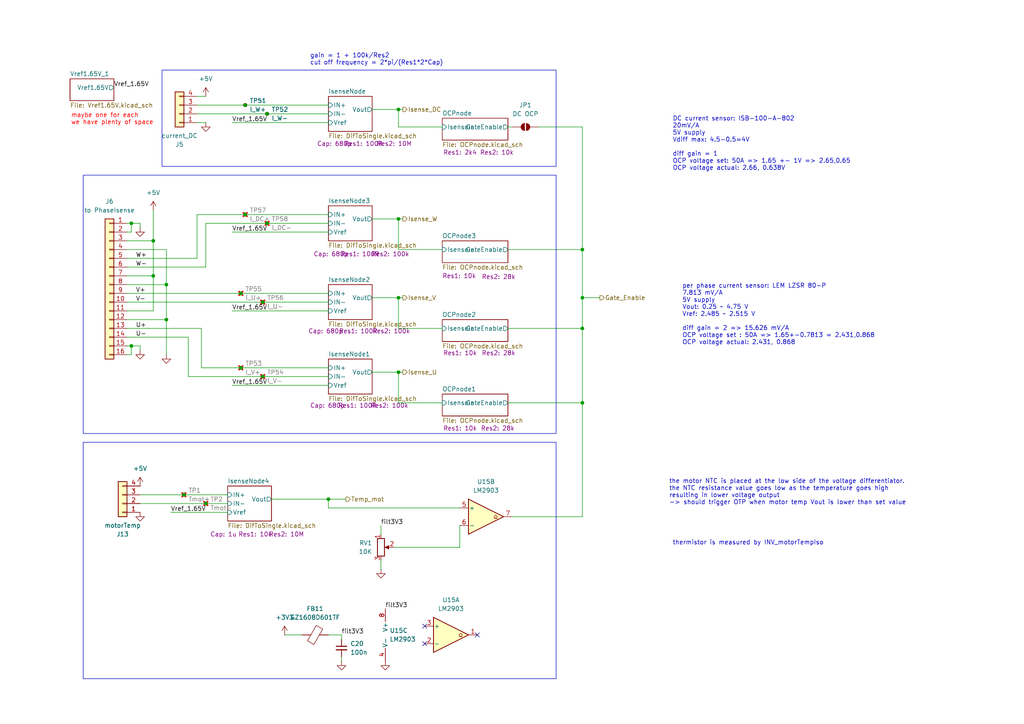
<source format=kicad_sch>
(kicad_sch (version 20231120) (generator "eeschema") (generator_version "8.0")
  (paper "A4")
  (title_block (title "INV_MainBoard_TI") (date "2025-02-26") (rev "1.2") (company "NTURacing Team") (comment 1 "郭哲明 Jack Kuo") (comment 2 "Powertrain Group"))
  (lib_symbols
    (symbol "Comparator:LM2903" (pin_names (offset 0.127))
      (property "Reference" "U" (at 3.81 3.81 0))
      (property "Value" "LM2903" (at 6.35 -3.81 0))
      (symbol "LM2903_1_1"
        (polyline (pts (xy -5.08 5.08) (xy 5.08 0) (xy -5.08 -5.08) (xy -5.08 5.08)) (stroke (width 0.254)) (fill (type background)))
        (polyline (pts (xy 3.302 -0.508) (xy 2.794 -0.508) (xy 3.302 0) (xy 2.794 0.508) (xy 2.286 0) (xy 2.794 -0.508) (xy 2.286 -0.508)) (stroke (width 0.127)))
        (pin open_collector line (at 7.62 0 180) (length 2.54) (name "~") (number "1"))
        (pin input line (at -7.62 -2.54 0) (length 2.54) (name "-") (number "2"))
        (pin input line (at -7.62 2.54 0) (length 2.54) (name "+") (number "3"))
      )
      (symbol "LM2903_2_1"
        (polyline (pts (xy -5.08 5.08) (xy 5.08 0) (xy -5.08 -5.08) (xy -5.08 5.08)) (stroke (width 0.254)) (fill (type background)))
        (polyline (pts (xy 3.302 -0.508) (xy 2.794 -0.508) (xy 3.302 0) (xy 2.794 0.508) (xy 2.286 0) (xy 2.794 -0.508) (xy 2.286 -0.508)) (stroke (width 0.127)))
        (pin input line (at -7.62 2.54 0) (length 2.54) (name "+") (number "5"))
        (pin input line (at -7.62 -2.54 0) (length 2.54) (name "-") (number "6"))
        (pin open_collector line (at 7.62 0 180) (length 2.54) (name "~") (number "7"))
      )
      (symbol "LM2903_3_1"
        (pin power_in line (at -2.54 -7.62 90) (length 3.81) (name "V-") (number "4"))
        (pin power_in line (at -2.54 7.62 270) (length 3.81) (name "V+") (number "8"))
      )
    )
    (symbol "Connector:TestPoint_Small" (pin_numbers hide) (pin_names (offset 0.762) hide)
      (property "Reference" "TP" (at 0 3.81 0))
      (property "Value" "TestPoint_Small" (at 0 2.032 0))
      (symbol "TestPoint_Small_0_1"
        (circle (center 0 0) (radius 0.508))
      )
      (symbol "TestPoint_Small_1_1"
        (pin passive line (at 0 0 90) (length 0) (name "1") (number "1"))
      )
    )
    (symbol "Connector_Generic:Conn_01x04" (pin_names (offset 1.016) hide)
      (property "Reference" "J" (at 0 5.08 0))
      (property "Value" "Conn_01x04" (at 0 -7.62 0))
      (symbol "Conn_01x04_1_1"
        (rectangle (start -1.27 -4.953) (end 0 -5.207) (stroke (width 0.1524)))
        (rectangle (start -1.27 -2.413) (end 0 -2.667) (stroke (width 0.1524)))
        (rectangle (start -1.27 0.127) (end 0 -0.127) (stroke (width 0.1524)))
        (rectangle (start -1.27 2.667) (end 0 2.413) (stroke (width 0.1524)))
        (rectangle (start -1.27 3.81) (end 1.27 -6.35) (stroke (width 0.254)) (fill (type background)))
        (pin passive line (at -5.08 2.54 0) (length 3.81) (name "Pin_1") (number "1"))
        (pin passive line (at -5.08 0 0) (length 3.81) (name "Pin_2") (number "2"))
        (pin passive line (at -5.08 -2.54 0) (length 3.81) (name "Pin_3") (number "3"))
        (pin passive line (at -5.08 -5.08 0) (length 3.81) (name "Pin_4") (number "4"))
      )
    )
    (symbol "Connector_Generic:Conn_01x16" (pin_names (offset 1.016) hide)
      (property "Reference" "J" (at 0 20.32 0))
      (property "Value" "Conn_01x16" (at 0 -22.86 0))
      (symbol "Conn_01x16_1_1"
        (rectangle (start -1.27 -20.193) (end 0 -20.447) (stroke (width 0.1524)))
        (rectangle (start -1.27 -17.653) (end 0 -17.907) (stroke (width 0.1524)))
        (rectangle (start -1.27 -15.113) (end 0 -15.367) (stroke (width 0.1524)))
        (rectangle (start -1.27 -12.573) (end 0 -12.827) (stroke (width 0.1524)))
        (rectangle (start -1.27 -10.033) (end 0 -10.287) (stroke (width 0.1524)))
        (rectangle (start -1.27 -7.493) (end 0 -7.747) (stroke (width 0.1524)))
        (rectangle (start -1.27 -4.953) (end 0 -5.207) (stroke (width 0.1524)))
        (rectangle (start -1.27 -2.413) (end 0 -2.667) (stroke (width 0.1524)))
        (rectangle (start -1.27 0.127) (end 0 -0.127) (stroke (width 0.1524)))
        (rectangle (start -1.27 2.667) (end 0 2.413) (stroke (width 0.1524)))
        (rectangle (start -1.27 5.207) (end 0 4.953) (stroke (width 0.1524)))
        (rectangle (start -1.27 7.747) (end 0 7.493) (stroke (width 0.1524)))
        (rectangle (start -1.27 10.287) (end 0 10.033) (stroke (width 0.1524)))
        (rectangle (start -1.27 12.827) (end 0 12.573) (stroke (width 0.1524)))
        (rectangle (start -1.27 15.367) (end 0 15.113) (stroke (width 0.1524)))
        (rectangle (start -1.27 17.907) (end 0 17.653) (stroke (width 0.1524)))
        (rectangle (start -1.27 19.05) (end 1.27 -21.59) (stroke (width 0.254)) (fill (type background)))
        (pin passive line (at -5.08 17.78 0) (length 3.81) (name "Pin_1") (number "1"))
        (pin passive line (at -5.08 -5.08 0) (length 3.81) (name "Pin_10") (number "10"))
        (pin passive line (at -5.08 -7.62 0) (length 3.81) (name "Pin_11") (number "11"))
        (pin passive line (at -5.08 -10.16 0) (length 3.81) (name "Pin_12") (number "12"))
        (pin passive line (at -5.08 -12.7 0) (length 3.81) (name "Pin_13") (number "13"))
        (pin passive line (at -5.08 -15.24 0) (length 3.81) (name "Pin_14") (number "14"))
        (pin passive line (at -5.08 -17.78 0) (length 3.81) (name "Pin_15") (number "15"))
        (pin passive line (at -5.08 -20.32 0) (length 3.81) (name "Pin_16") (number "16"))
        (pin passive line (at -5.08 15.24 0) (length 3.81) (name "Pin_2") (number "2"))
        (pin passive line (at -5.08 12.7 0) (length 3.81) (name "Pin_3") (number "3"))
        (pin passive line (at -5.08 10.16 0) (length 3.81) (name "Pin_4") (number "4"))
        (pin passive line (at -5.08 7.62 0) (length 3.81) (name "Pin_5") (number "5"))
        (pin passive line (at -5.08 5.08 0) (length 3.81) (name "Pin_6") (number "6"))
        (pin passive line (at -5.08 2.54 0) (length 3.81) (name "Pin_7") (number "7"))
        (pin passive line (at -5.08 0 0) (length 3.81) (name "Pin_8") (number "8"))
        (pin passive line (at -5.08 -2.54 0) (length 3.81) (name "Pin_9") (number "9"))
      )
    )
    (symbol "Device:C_Small" (pin_numbers hide) (pin_names (offset 0.254) hide)
      (property "Reference" "C" (at 0.254 1.778 0))
      (property "Value" "C_Small" (at 0.254 -2.032 0))
      (symbol "C_Small_0_1"
        (polyline (pts (xy -1.524 -0.508) (xy 1.524 -0.508)) (stroke (width 0.3302)))
        (polyline (pts (xy -1.524 0.508) (xy 1.524 0.508)) (stroke (width 0.3048)))
      )
      (symbol "C_Small_1_1"
        (pin passive line (at 0 2.54 270) (length 2.032) (name "~") (number "1"))
        (pin passive line (at 0 -2.54 90) (length 2.032) (name "~") (number "2"))
      )
    )
    (symbol "Device:FerriteBead" (pin_numbers hide) (pin_names (offset 0))
      (property "Reference" "FB" (at -3.81 0.635 90))
      (property "Value" "FerriteBead" (at 3.81 0 90))
      (symbol "FerriteBead_0_1"
        (polyline (pts (xy 0 -1.27) (xy 0 -1.2192)))
        (polyline (pts (xy 0 1.27) (xy 0 1.2954)))
        (polyline (pts (xy -2.7686 0.4064) (xy -1.7018 2.2606) (xy 2.7686 -0.3048) (xy 1.6764 -2.159) (xy -2.7686 0.4064)))
      )
      (symbol "FerriteBead_1_1"
        (pin passive line (at 0 3.81 270) (length 2.54) (name "~") (number "1"))
        (pin passive line (at 0 -3.81 90) (length 2.54) (name "~") (number "2"))
      )
    )
    (symbol "Device:R_Potentiometer" (pin_names (offset 1.016) hide)
      (property "Reference" "RV" (at -4.445 0 90))
      (property "Value" "R_Potentiometer" (at -2.54 0 90))
      (symbol "R_Potentiometer_0_1"
        (polyline (pts (xy 2.54 0) (xy 1.524 0)))
        (polyline (pts (xy 1.143 0) (xy 2.286 0.508) (xy 2.286 -0.508) (xy 1.143 0)) (fill (type outline)))
        (rectangle (start 1.016 2.54) (end -1.016 -2.54) (stroke (width 0.254)))
      )
      (symbol "R_Potentiometer_1_1"
        (pin passive line (at 0 3.81 270) (length 1.27) (name "1") (number "1"))
        (pin passive line (at 3.81 0 180) (length 1.27) (name "2") (number "2"))
        (pin passive line (at 0 -3.81 90) (length 1.27) (name "3") (number "3"))
      )
    )
    (symbol "Jumper:SolderJumper_2_Open" (pin_numbers hide) (pin_names (offset 0) hide) (exclude_from_sim yes) (in_bom no)
      (property "Reference" "JP" (at 0 2.032 0))
      (property "Value" "SolderJumper_2_Open" (at 0 -2.54 0))
      (symbol "SolderJumper_2_Open_0_1"
        (arc (start -0.254 1.016) (mid -1.2656 0) (end -0.254 -1.016))
        (arc (start -0.254 1.016) (mid -1.2656 0) (end -0.254 -1.016) (fill (type outline)))
        (polyline (pts (xy -0.254 1.016) (xy -0.254 -1.016)))
        (polyline (pts (xy 0.254 1.016) (xy 0.254 -1.016)))
        (arc (start 0.254 -1.016) (mid 1.2656 0) (end 0.254 1.016))
        (arc (start 0.254 -1.016) (mid 1.2656 0) (end 0.254 1.016) (fill (type outline)))
      )
      (symbol "SolderJumper_2_Open_1_1"
        (pin passive line (at -3.81 0 0) (length 2.54) (name "A") (number "1"))
        (pin passive line (at 3.81 0 180) (length 2.54) (name "B") (number "2"))
      )
    )
    (symbol "PCM_4ms_Connector:Conn_01x04" (pin_names (offset 1.016) hide)
      (property "Reference" "J" (at 0 5.08 0))
      (property "Value" "Conn_01x04" (at 0 -7.62 0))
      (symbol "Conn_01x04_1_1"
        (rectangle (start -1.27 -4.953) (end 0 -5.207) (stroke (width 0.1524)))
        (rectangle (start -1.27 -2.413) (end 0 -2.667) (stroke (width 0.1524)))
        (rectangle (start -1.27 0.127) (end 0 -0.127) (stroke (width 0.1524)))
        (rectangle (start -1.27 2.667) (end 0 2.413) (stroke (width 0.1524)))
        (rectangle (start -1.27 3.81) (end 1.27 -6.35) (stroke (width 0.254)) (fill (type background)))
        (pin passive line (at -5.08 2.54 0) (length 3.81) (name "Pin_1") (number "1"))
        (pin passive line (at -5.08 0 0) (length 3.81) (name "Pin_2") (number "2"))
        (pin passive line (at -5.08 -2.54 0) (length 3.81) (name "Pin_3") (number "3"))
        (pin passive line (at -5.08 -5.08 0) (length 3.81) (name "Pin_4") (number "4"))
      )
    )
    (symbol "power:+3V3" (power) (pin_numbers hide) (pin_names (offset 0) hide)
      (property "Value" "+3V3" (at 0 3.556 0))
      (symbol "+3V3_0_1"
        (polyline (pts (xy -0.762 1.27) (xy 0 2.54)))
        (polyline (pts (xy 0 0) (xy 0 2.54)))
        (polyline (pts (xy 0 2.54) (xy 0.762 1.27)))
      )
      (symbol "+3V3_1_1"
        (pin power_in line (at 0 0 90) (length 0) (name "~") (number "1"))
      )
    )
    (symbol "power:+5V" (power) (pin_numbers hide) (pin_names (offset 0) hide)
      (property "Value" "+5V" (at 0 3.556 0))
      (symbol "+5V_0_1"
        (polyline (pts (xy -0.762 1.27) (xy 0 2.54)))
        (polyline (pts (xy 0 0) (xy 0 2.54)))
        (polyline (pts (xy 0 2.54) (xy 0.762 1.27)))
      )
      (symbol "+5V_1_1"
        (pin power_in line (at 0 0 90) (length 0) (name "~") (number "1"))
      )
    )
    (symbol "power:GND" (power) (pin_numbers hide) (pin_names (offset 0) hide)
      (property "Value" "GND" (at 0 -3.81 0))
      (symbol "GND_0_1"
        (polyline (pts (xy 0 0) (xy 0 -1.27) (xy 1.27 -1.27) (xy 0 -2.54) (xy -1.27 -1.27) (xy 0 -1.27)))
      )
      (symbol "GND_1_1"
        (pin power_in line (at 0 0 270) (length 0) (name "~") (number "1"))
      )
    )
  )
  (junction (at 38.1 64.77))
  (junction (at 77.47 64.77))
  (junction (at 38.1 100.33))
  (junction (at 168.91 116.84))
  (junction (at 76.2 109.22))
  (junction (at 115.57 31.75))
  (junction (at 115.57 86.36))
  (junction (at 44.45 69.85))
  (junction (at 71.12 30.48))
  (junction (at 168.91 86.36))
  (junction (at 69.85 106.68))
  (junction (at 76.2 87.63))
  (junction (at 168.91 72.39))
  (junction (at 69.85 85.09))
  (junction (at 115.57 107.95))
  (junction (at 53.34 143.51))
  (junction (at 48.26 82.55))
  (junction (at 44.45 80.01))
  (junction (at 71.12 62.23))
  (junction (at 95.25 144.78))
  (junction (at 115.57 63.5))
  (junction (at 77.47 33.02))
  (junction (at 59.69 146.05))
  (junction (at 168.91 95.25))
  (junction (at 48.26 92.71))
  (no_connect (at 138.43 184.15))
  (no_connect (at 123.19 186.69))
  (no_connect (at 123.19 181.61))
  (wire (pts (xy 54.61 109.22) (xy 76.2 109.22)))
  (wire (pts (xy 128.27 72.39) (xy 115.57 72.39)))
  (wire (pts (xy 99.06 191.77) (xy 99.06 190.5)))
  (wire (pts (xy 168.91 95.25) (xy 168.91 116.84)))
  (wire (pts (xy 54.61 97.79) (xy 54.61 109.22)))
  (wire (pts (xy 95.25 144.78) (xy 95.25 147.32)))
  (wire (pts (xy 115.57 86.36) (xy 107.95 86.36)))
  (wire (pts (xy 44.45 69.85) (xy 44.45 80.01)))
  (wire (pts (xy 38.1 64.77) (xy 40.64 64.77)))
  (wire (pts (xy 116.84 63.5) (xy 115.57 63.5)))
  (wire (pts (xy 78.74 144.78) (xy 95.25 144.78)))
  (wire (pts (xy 53.34 143.51) (xy 66.04 143.51)))
  (wire (pts (xy 168.91 36.83) (xy 168.91 72.39)))
  (wire (pts (xy 44.45 90.17) (xy 44.45 80.01)))
  (wire (pts (xy 107.95 31.75) (xy 115.57 31.75)))
  (wire (pts (xy 168.91 72.39) (xy 168.91 86.36)))
  (wire (pts (xy 95.25 184.15) (xy 99.06 184.15)))
  (wire (pts (xy 38.1 102.87) (xy 38.1 100.33)))
  (wire (pts (xy 49.53 148.59) (xy 66.04 148.59)))
  (wire (pts (xy 67.31 67.31) (xy 95.25 67.31)))
  (wire (pts (xy 95.25 87.63) (xy 76.2 87.63)))
  (wire (pts (xy 48.26 92.71) (xy 36.83 92.71)))
  (wire (pts (xy 99.06 185.42) (xy 99.06 184.15)))
  (wire (pts (xy 147.32 36.83) (xy 148.59 36.83)))
  (wire (pts (xy 133.35 147.32) (xy 95.25 147.32)))
  (wire (pts (xy 168.91 149.86) (xy 148.59 149.86)))
  (wire (pts (xy 168.91 116.84) (xy 168.91 149.86)))
  (wire (pts (xy 71.12 30.48) (xy 95.25 30.48)))
  (wire (pts (xy 115.57 31.75) (xy 116.84 31.75)))
  (wire (pts (xy 54.61 97.79) (xy 36.83 97.79)))
  (wire (pts (xy 156.21 36.83) (xy 168.91 36.83)))
  (wire (pts (xy 95.25 109.22) (xy 76.2 109.22)))
  (wire (pts (xy 58.42 106.68) (xy 69.85 106.68)))
  (wire (pts (xy 59.69 64.77) (xy 59.69 77.47)))
  (wire (pts (xy 95.25 64.77) (xy 77.47 64.77)))
  (wire (pts (xy 67.31 90.17) (xy 95.25 90.17)))
  (wire (pts (xy 36.83 64.77) (xy 38.1 64.77)))
  (wire (pts (xy 36.83 67.31) (xy 38.1 67.31)))
  (wire (pts (xy 69.85 85.09) (xy 95.25 85.09)))
  (wire (pts (xy 59.69 35.56) (xy 57.15 35.56)))
  (wire (pts (xy 173.99 86.36) (xy 168.91 86.36)))
  (wire (pts (xy 110.49 152.4) (xy 110.49 154.94)))
  (wire (pts (xy 147.32 95.25) (xy 168.91 95.25)))
  (wire (pts (xy 115.57 107.95) (xy 107.95 107.95)))
  (wire (pts (xy 116.84 86.36) (xy 115.57 86.36)))
  (wire (pts (xy 40.64 143.51) (xy 53.34 143.51)))
  (wire (pts (xy 116.84 107.95) (xy 115.57 107.95)))
  (wire (pts (xy 67.31 35.56) (xy 95.25 35.56)))
  (wire (pts (xy 36.83 102.87) (xy 38.1 102.87)))
  (wire (pts (xy 36.83 85.09) (xy 69.85 85.09)))
  (wire (pts (xy 115.57 95.25) (xy 115.57 86.36)))
  (wire (pts (xy 40.64 100.33) (xy 40.64 101.6)))
  (wire (pts (xy 38.1 67.31) (xy 38.1 64.77)))
  (wire (pts (xy 36.83 87.63) (xy 76.2 87.63)))
  (wire (pts (xy 67.31 111.76) (xy 95.25 111.76)))
  (wire (pts (xy 40.64 64.77) (xy 40.64 66.04)))
  (wire (pts (xy 133.35 158.75) (xy 114.3 158.75)))
  (wire (pts (xy 128.27 116.84) (xy 115.57 116.84)))
  (wire (pts (xy 95.25 33.02) (xy 77.47 33.02)))
  (wire (pts (xy 115.57 72.39) (xy 115.57 63.5)))
  (wire (pts (xy 38.1 100.33) (xy 40.64 100.33)))
  (wire (pts (xy 110.49 165.1) (xy 110.49 162.56)))
  (wire (pts (xy 36.83 90.17) (xy 44.45 90.17)))
  (wire (pts (xy 147.32 116.84) (xy 168.91 116.84)))
  (wire (pts (xy 57.15 30.48) (xy 71.12 30.48)))
  (wire (pts (xy 77.47 33.02) (xy 57.15 33.02)))
  (wire (pts (xy 36.83 100.33) (xy 38.1 100.33)))
  (wire (pts (xy 71.12 62.23) (xy 95.25 62.23)))
  (wire (pts (xy 48.26 82.55) (xy 48.26 92.71)))
  (wire (pts (xy 95.25 144.78) (xy 100.33 144.78)))
  (wire (pts (xy 57.15 62.23) (xy 71.12 62.23)))
  (wire (pts (xy 36.83 95.25) (xy 58.42 95.25)))
  (wire (pts (xy 48.26 102.87) (xy 48.26 92.71)))
  (wire (pts (xy 115.57 63.5) (xy 107.95 63.5)))
  (wire (pts (xy 147.32 72.39) (xy 168.91 72.39)))
  (wire (pts (xy 115.57 36.83) (xy 128.27 36.83)))
  (wire (pts (xy 36.83 77.47) (xy 59.69 77.47)))
  (wire (pts (xy 57.15 62.23) (xy 57.15 74.93)))
  (wire (pts (xy 115.57 36.83) (xy 115.57 31.75)))
  (wire (pts (xy 58.42 106.68) (xy 58.42 95.25)))
  (wire (pts (xy 44.45 60.96) (xy 44.45 69.85)))
  (wire (pts (xy 36.83 80.01) (xy 44.45 80.01)))
  (wire (pts (xy 36.83 72.39) (xy 48.26 72.39)))
  (wire (pts (xy 128.27 95.25) (xy 115.57 95.25)))
  (wire (pts (xy 44.45 69.85) (xy 36.83 69.85)))
  (wire (pts (xy 69.85 106.68) (xy 95.25 106.68)))
  (wire (pts (xy 36.83 82.55) (xy 48.26 82.55)))
  (wire (pts (xy 48.26 72.39) (xy 48.26 82.55)))
  (wire (pts (xy 115.57 116.84) (xy 115.57 107.95)))
  (wire (pts (xy 168.91 86.36) (xy 168.91 95.25)))
  (wire (pts (xy 59.69 27.94) (xy 57.15 27.94)))
  (wire (pts (xy 59.69 64.77) (xy 77.47 64.77)))
  (wire (pts (xy 36.83 74.93) (xy 57.15 74.93)))
  (wire (pts (xy 82.55 184.15) (xy 87.63 184.15)))
  (wire (pts (xy 133.35 152.4) (xy 133.35 158.75)))
  (wire (pts (xy 40.64 146.05) (xy 59.69 146.05)))
  (wire (pts (xy 66.04 146.05) (xy 59.69 146.05)))
  (rectangle (start 46.99 20.32) (end 161.29 48.26))
  (rectangle (start 24.13 128.27) (end 161.29 196.85))
  (rectangle (start 24.13 50.8) (end 161.29 125.73))
  (text "thermistor is measured by INV_motorTempIso" (at 195.072 157.48 0) (effects (font (size 1.27 1.27)) (justify left)))
  (text "DC current sensor: ISB-100-A-802\n20mV/A\n5V supply\nVdiff max: 4.5-0.5=4V\n\ndiff gain = 1\nOCP voltage set: 50A => 1.65 +- 1V => 2.65,0.65\nOCP voltage actual: 2.66, 0.638V" (at 195.072 33.782 0) (effects (font (size 1.27 1.27)) (justify left top)))
  (text "maybe one for each\nwe have plenty of space " (at 20.574 36.322 0) (effects (font (size 1.27 1.27)) (justify left bottom)))
  (text "per phase current sensor: LEM LZSR 80-P\n7.813 mV/A\n5V supply\nVout: 0.25 ~ 4.75 V\nVref: 2.485 ~ 2.515 V\n\ndiff gain = 2 => 15.626 mV/A\nOCP voltage set : 50A => 1.65+-0.7813 = 2.431,0.868\nOCP voltage actual: 2.431, 0.868" (at 197.866 82.296 0) (effects (font (size 1.27 1.27)) (justify left top)))
  (text "gain = 1 + 100k/Res2\ncut off frequency = 2*pi/(Res1*2*Cap)" (at 89.916 15.494 0) (effects (font (size 1.27 1.27)) (justify left top)))
  (text "the motor NTC is placed at the low side of the voltage differentiator.\nthe NTC resistance value goes low as the temperature goes high\nresulting in lower voltage output\n-> should trigger OTP when motor temp Vout is lower than set value" (at 194.056 142.748 0) (effects (font (size 1.27 1.27)) (justify left)))
  (label "U-" (at 39.37 97.79 0))
  (label "U+" (at 39.37 95.25 0))
  (label "filt3V3" (at 111.76 176.53 0))
  (label "W+" (at 39.37 74.93 0))
  (label "Vref_1.65V" (at 67.31 111.76 0))
  (label "V+" (at 39.37 85.09 0))
  (label "Vref_1.65V" (at 33.02 25.4 0))
  (label "V-" (at 39.37 87.63 0))
  (label "Vref_1.65V" (at 67.31 90.17 0))
  (label "W-" (at 39.37 77.47 0))
  (label "Vref_1.65V" (at 67.31 35.56 0))
  (label "filt3V3" (at 110.49 152.4 0))
  (label "filt3V3" (at 99.06 184.15 0))
  (label "Vref_1.65V" (at 67.31 67.31 0))
  (label "Vref_1.65V" (at 49.53 148.59 0))
  (hierarchical_label "Isense_U" (shape output) (at 116.84 107.95 0))
  (hierarchical_label "Isense_W" (shape output) (at 116.84 63.5 0))
  (hierarchical_label "Isense_DC" (shape output) (at 116.84 31.75 0))
  (hierarchical_label "Gate_Enable" (shape output) (at 173.99 86.36 0))
  (hierarchical_label "Temp_mot" (shape output) (at 100.33 144.78 0))
  (hierarchical_label "Isense_V" (shape output) (at 116.84 86.36 0))
  (symbol (lib_id "PCM_4ms_Connector:Conn_01x04") (at 52.07 33.02 180) (unit 1)
    (property "Reference" "J5" (at 52.07 41.91 0))
    (property "Value" "current_DC" (at 52.07 39.37 0))
    (property "Footprint" "Connector_JST:JST_XH_B4B-XH-A_1x04_P2.50mm_Vertical" (effects (hide yes)))
    (property "Description" "HEADER 1x4 MALE PINS 0.100” 180deg" (effects (hide yes)))
    (property "Specifications" "HEADER 1x4 MALE PINS 0.100” 180deg" (effects (hide yes)))
    (property "Manufacturer" "TAD" (effects (hide yes)))
    (property "Part Number" "1-0401FBV0T" (effects (hide yes)))
  )
  (symbol (lib_id "Device:FerriteBead") (at 91.44 184.15 90) (unit 1)
    (property "Reference" "FB11" (at 91.3892 176.53 90))
    (property "Value" "GZ1608D601TF" (at 91.3892 179.07 90))
    (property "Footprint" "Capacitor_SMD:C_0603_1608Metric" (effects (hide yes)))
    (property "Description" "Ferrite bead" (effects (hide yes)))
  )
  (symbol (lib_id "power:GND") (at 40.64 66.04 0) (unit 1)
    (property "Reference" "#PWR042" (effects (hide yes)))
    (property "Value" "GND" (effects (hide yes)))
    (property "Description" "Power symbol creates a global label with name \"GND\" , ground" (effects (hide yes)))
  )
  (symbol (lib_id "power:+5V") (at 40.64 140.97 0) (unit 1)
    (property "Reference" "#PWR05" (effects (hide yes)))
    (property "Value" "+5V" (at 40.64 135.89 0))
    (property "Description" "Power symbol creates a global label with name \"+5V\"" (effects (hide yes)))
  )
  (symbol (lib_id "Comparator:LM2903") (at 140.97 149.86 0) (unit 2)
    (property "Reference" "U15" (at 140.97 139.7 0))
    (property "Value" "LM2903" (at 140.97 142.24 0))
    (property "Footprint" "Package_SO:SOIC-8_3.9x4.9mm_P1.27mm" (effects (hide yes)))
    (property "Datasheet" "http://www.ti.com/lit/ds/symlink/lm393.pdf" (effects (hide yes)))
    (property "Description" "Low-Power, Low-Offset Voltage, Dual Comparators, DIP-8/SOIC-8/SOP-8/TSSOP-8/VSSOP-8" (effects (hide yes)))
  )
  (symbol (lib_id "power:GND") (at 99.06 191.77 0) (unit 1)
    (property "Reference" "#PWR071" (effects (hide yes)))
    (property "Value" "GND" (effects (hide yes)))
    (property "Description" "Power symbol creates a global label with name \"GND\" , ground" (effects (hide yes)))
  )
  (symbol (lib_id "Device:C_Small") (at 99.06 187.96 0) (unit 1)
    (property "Reference" "C20" (at 101.6 186.6963 0) (effects (justify left)))
    (property "Value" "100n" (at 101.6 189.2363 0) (effects (justify left)))
    (property "Footprint" "Capacitor_SMD:C_0402_1005Metric" (effects (hide yes)))
    (property "Description" "Unpolarized capacitor, small symbol" (effects (hide yes)))
  )
  (symbol (lib_id "power:+3V3") (at 82.55 184.15 0) (unit 1)
    (property "Reference" "#PWR093" (effects (hide yes)))
    (property "Value" "+3V3" (at 82.55 179.07 0))
    (property "Description" "Power symbol creates a global label with name \"+3V3\"" (effects (hide yes)))
  )
  (symbol (lib_id "Jumper:SolderJumper_2_Open") (at 152.4 36.83 0) (unit 1) (exclude_from_sim yes) (in_bom no)
    (property "Reference" "JP1" (at 152.4 30.48 0))
    (property "Value" "DC OCP" (at 152.4 33.02 0))
    (property "Footprint" "Jumper:SolderJumper-2_P1.3mm_Open_RoundedPad1.0x1.5mm" (effects (hide yes)))
    (property "Description" "Solder Jumper, 2-pole, open" (effects (hide yes)))
  )
  (symbol (lib_id "power:GND") (at 59.69 35.56 0) (unit 1)
    (property "Reference" "#PWR084" (effects (hide yes)))
    (property "Value" "GND" (effects (hide yes)))
    (property "Description" "Power symbol creates a global label with name \"GND\" , ground" (effects (hide yes)))
  )
  (symbol (lib_id "power:GND") (at 40.64 148.59 0) (unit 1)
    (property "Reference" "#PWR08" (effects (hide yes)))
    (property "Value" "GND" (effects (hide yes)))
    (property "Description" "Power symbol creates a global label with name \"GND\" , ground" (effects (hide yes)))
  )
  (symbol (lib_id "power:GND") (at 110.49 165.1 0) (unit 1)
    (property "Reference" "#PWR043" (effects (hide yes)))
    (property "Value" "GND" (effects (hide yes)))
    (property "Description" "Power symbol creates a global label with name \"GND\" , ground" (effects (hide yes)))
  )
  (symbol (lib_id "Comparator:LM2903") (at 130.81 184.15 0) (unit 1)
    (property "Reference" "U15" (at 130.81 173.99 0))
    (property "Value" "LM2903" (at 130.81 176.53 0))
    (property "Footprint" "Package_SO:SOIC-8_3.9x4.9mm_P1.27mm" (effects (hide yes)))
    (property "Datasheet" "http://www.ti.com/lit/ds/symlink/lm393.pdf" (effects (hide yes)))
    (property "Description" "Low-Power, Low-Offset Voltage, Dual Comparators, DIP-8/SOIC-8/SOP-8/TSSOP-8/VSSOP-8" (effects (hide yes)))
  )
  (symbol (lib_id "Connector:TestPoint_Small") (at 69.85 85.09 0) (mirror y) (unit 1) (in_bom no) (on_board no) (dnp yes)
    (property "Reference" "TP55" (at 71.12 83.82 0) (effects (justify right)))
    (property "Value" "I_U+" (at 71.12 86.36 0) (effects (justify right)))
    (property "Footprint" "TestPoint:TestPoint_Pad_D1.0mm" (effects (hide yes)))
    (property "Description" "test point" (effects (hide yes)))
  )
  (symbol (lib_id "power:+5V") (at 59.69 27.94 0) (unit 1)
    (property "Reference" "#PWR083" (effects (hide yes)))
    (property "Value" "+5V" (at 59.69 22.86 0))
    (property "Description" "Power symbol creates a global label with name \"+5V\"" (effects (hide yes)))
  )
  (symbol (lib_id "Connector:TestPoint_Small") (at 77.47 64.77 0) (mirror y) (unit 1) (in_bom no) (on_board no) (dnp yes)
    (property "Reference" "TP58" (at 78.74 63.5 0) (effects (justify right)))
    (property "Value" "I_DC-" (at 78.74 66.04 0) (effects (justify right)))
    (property "Footprint" "TestPoint:TestPoint_Pad_D1.0mm" (effects (hide yes)))
    (property "Description" "test point" (effects (hide yes)))
  )
  (symbol (lib_id "Connector:TestPoint_Small") (at 76.2 109.22 0) (mirror y) (unit 1) (in_bom no) (on_board no) (dnp yes)
    (property "Reference" "TP54" (at 77.47 107.95 0) (effects (justify right)))
    (property "Value" "I_V-" (at 77.47 110.49 0) (effects (justify right)))
    (property "Footprint" "TestPoint:TestPoint_Pad_D1.0mm" (effects (hide yes)))
    (property "Description" "test point" (effects (hide yes)))
  )
  (symbol (lib_id "Connector:TestPoint_Small") (at 71.12 62.23 0) (mirror y) (unit 1) (in_bom no) (on_board no) (dnp yes)
    (property "Reference" "TP57" (at 72.39 60.96 0) (effects (justify right)))
    (property "Value" "I_DC+" (at 72.39 63.5 0) (effects (justify right)))
    (property "Footprint" "TestPoint:TestPoint_Pad_D1.0mm" (effects (hide yes)))
    (property "Description" "test point" (effects (hide yes)))
  )
  (symbol (lib_id "power:+5V") (at 44.45 60.96 0) (unit 1)
    (property "Reference" "#PWR085" (effects (hide yes)))
    (property "Value" "+5V" (at 44.45 55.88 0))
    (property "Description" "Power symbol creates a global label with name \"+5V\"" (effects (hide yes)))
  )
  (symbol (lib_id "power:GND") (at 40.64 101.6 0) (unit 1)
    (property "Reference" "#PWR041" (effects (hide yes)))
    (property "Value" "GND" (effects (hide yes)))
    (property "Description" "Power symbol creates a global label with name \"GND\" , ground" (effects (hide yes)))
  )
  (symbol (lib_id "Connector_Generic:Conn_01x16") (at 31.75 82.55 0) (mirror y) (unit 1)
    (property "Reference" "J6" (at 31.75 58.42 0))
    (property "Value" "to PhaseIsense" (at 31.75 60.96 0))
    (property "Footprint" "Connector_PinHeader_2.54mm:PinHeader_1x16_P2.54mm_Horizontal" (effects (hide yes)))
    (property "Description" "Generic connector, single row, 01x16, script generated (kicad-library-utils/schlib/autogen/connector/)" (effects (hide yes)))
  )
  (symbol (lib_id "Connector:TestPoint_Small") (at 53.34 143.51 0) (mirror y) (unit 1) (in_bom no) (on_board no) (dnp yes)
    (property "Reference" "TP1" (at 54.61 142.24 0) (effects (justify right)))
    (property "Value" "Tmot+" (at 54.61 144.78 0) (effects (justify right)))
    (property "Footprint" "TestPoint:TestPoint_Pad_D1.0mm" (effects (hide yes)))
    (property "Description" "test point" (effects (hide yes)))
  )
  (symbol (lib_id "Connector:TestPoint_Small") (at 76.2 87.63 0) (mirror y) (unit 1) (in_bom no) (on_board no) (dnp yes)
    (property "Reference" "TP56" (at 77.47 86.36 0) (effects (justify right)))
    (property "Value" "I_U-" (at 77.47 88.9 0) (effects (justify right)))
    (property "Footprint" "TestPoint:TestPoint_Pad_D1.0mm" (effects (hide yes)))
    (property "Description" "test point" (effects (hide yes)))
  )
  (symbol (lib_id "power:GND") (at 48.26 102.87 0) (unit 1)
    (property "Reference" "#PWR090" (effects (hide yes)))
    (property "Value" "GND" (effects (hide yes)))
    (property "Description" "Power symbol creates a global label with name \"GND\" , ground" (effects (hide yes)))
  )
  (symbol (lib_id "Connector:TestPoint_Small") (at 71.12 30.48 0) (mirror y) (unit 1)
    (property "Reference" "TP51" (at 72.39 29.21 0) (effects (justify right)))
    (property "Value" "I_W+" (at 72.39 31.75 0) (effects (justify right)))
    (property "Footprint" "TestPoint:TestPoint_Pad_D1.0mm" (effects (hide yes)))
    (property "Description" "test point" (effects (hide yes)))
  )
  (symbol (lib_id "Connector:TestPoint_Small") (at 69.85 106.68 0) (mirror y) (unit 1) (in_bom no) (on_board no) (dnp yes)
    (property "Reference" "TP53" (at 71.12 105.41 0) (effects (justify right)))
    (property "Value" "I_V+" (at 71.12 107.95 0) (effects (justify right)))
    (property "Footprint" "TestPoint:TestPoint_Pad_D1.0mm" (effects (hide yes)))
    (property "Description" "test point" (effects (hide yes)))
  )
  (symbol (lib_id "Comparator:LM2903") (at 114.3 184.15 0) (unit 3)
    (property "Reference" "U15" (at 113.03 182.88 0) (effects (justify left)))
    (property "Value" "LM2903" (at 113.03 185.42 0) (effects (justify left)))
    (property "Footprint" "Package_SO:SOIC-8_3.9x4.9mm_P1.27mm" (effects (hide yes)))
    (property "Datasheet" "http://www.ti.com/lit/ds/symlink/lm393.pdf" (effects (hide yes)))
    (property "Description" "Low-Power, Low-Offset Voltage, Dual Comparators, DIP-8/SOIC-8/SOP-8/TSSOP-8/VSSOP-8" (effects (hide yes)))
  )
  (symbol (lib_id "Connector:TestPoint_Small") (at 59.69 146.05 0) (mirror y) (unit 1) (in_bom no) (on_board no) (dnp yes)
    (property "Reference" "TP2" (at 60.96 144.78 0) (effects (justify right)))
    (property "Value" "Tmot-" (at 60.96 147.32 0) (effects (justify right)))
    (property "Footprint" "TestPoint:TestPoint_Pad_D1.0mm" (effects (hide yes)))
    (property "Description" "test point" (effects (hide yes)))
  )
  (symbol (lib_id "Device:R_Potentiometer") (at 110.49 158.75 0) (unit 1)
    (property "Reference" "RV1" (at 107.95 157.48 0) (effects (justify right)))
    (property "Value" "10K" (at 107.95 160.02 0) (effects (justify right)))
    (property "Footprint" "nturt_kicad_lib_EP6:Throughhole Potentiometer 3296W" (effects (hide yes)))
    (property "Description" "Potentiometer" (effects (hide yes)))
  )
  (symbol (lib_id "Connector:TestPoint_Small") (at 77.47 33.02 0) (mirror y) (unit 1)
    (property "Reference" "TP52" (at 78.74 31.75 0) (effects (justify right)))
    (property "Value" "I_W-" (at 78.74 34.29 0) (effects (justify right)))
    (property "Footprint" "TestPoint:TestPoint_Pad_D1.0mm" (effects (hide yes)))
    (property "Description" "test point" (effects (hide yes)))
  )
  (symbol (lib_id "Connector_Generic:Conn_01x04") (at 35.56 146.05 180) (unit 1)
    (property "Reference" "J13" (at 35.56 154.94 0))
    (property "Value" "motorTemp" (at 35.56 152.4 0))
    (property "Footprint" "Connector_JST:JST_XH_B4B-XH-A_1x04_P2.50mm_Vertical" (effects (hide yes)))
    (property "Description" "Generic connector, single row, 01x04, script generated (kicad-library-utils/schlib/autogen/connector/)" (effects (hide yes)))
  )
  (symbol (lib_id "power:GND") (at 111.76 191.77 0) (unit 1)
    (property "Reference" "#PWR02" (effects (hide yes)))
    (property "Value" "GND" (effects (hide yes)))
    (property "Description" "Power symbol creates a global label with name \"GND\" , ground" (effects (hide yes)))
  )
  (sheet (at 95.25 59.69) (size 12.7 10.16) (stroke (width 0.1524))
    (property "Sheetname" "IsenseNode3" (at 95.25 58.9784 0) (effects (justify left bottom)))
    (property "Sheetfile" "DifToSingle.kicad_sch" (at 95.25 70.4346 0) (effects (justify left top)))
    (property "Res1" "100R" (at 98.806 73.66 0) (show_name yes) (effects (justify left)))
    (property "Res2" "100k" (at 107.696 73.66 0) (show_name yes) (effects (justify left)))
    (property "Cap" "680p" (at 90.932 73.66 0) (show_name yes) (effects (justify left)))
    (pin "Vref" input (at 95.25 67.31 180))
    (pin "Vout" output (at 107.95 63.5 0))
    (pin "IN-" input (at 95.25 64.77 180))
    (pin "IN+" input (at 95.25 62.23 180))
  )
  (sheet (at 95.25 27.94) (size 12.7 10.16) (stroke (width 0.1524))
    (property "Sheetname" "IsenseNode" (at 95.25 27.2284 0) (effects (justify left bottom)))
    (property "Sheetfile" "DifToSingle.kicad_sch" (at 95.25 38.6846 0) (effects (justify left top)))
    (property "Res1" "100R" (at 99.822 41.656 0) (show_name yes) (effects (justify left)))
    (property "Res2" "10M" (at 109.22 41.656 0) (show_name yes) (effects (justify left)))
    (property "Cap" "680p" (at 91.948 41.656 0) (show_name yes) (effects (justify left)))
    (pin "Vref" input (at 95.25 35.56 180))
    (pin "Vout" output (at 107.95 31.75 0))
    (pin "IN-" input (at 95.25 33.02 180))
    (pin "IN+" input (at 95.25 30.48 180))
  )
  (sheet (at 95.25 82.55) (size 12.7 10.16) (stroke (width 0.1524))
    (property "Sheetname" "IsenseNode2" (at 95.25 81.8384 0) (effects (justify left bottom)))
    (property "Sheetfile" "DifToSingle.kicad_sch" (at 95.25 93.2946 0) (effects (justify left top)))
    (property "Res1" "100R" (at 98.298 96.012 0) (show_name yes) (effects (justify left)))
    (property "Res2" "100k" (at 107.95 96.012 0) (show_name yes) (effects (justify left)))
    (property "Cap" "680p" (at 89.408 96.012 0) (show_name yes) (effects (justify left)))
    (pin "Vref" input (at 95.25 90.17 180))
    (pin "Vout" output (at 107.95 86.36 0))
    (pin "IN-" input (at 95.25 87.63 180))
    (pin "IN+" input (at 95.25 85.09 180))
  )
  (sheet (at 128.27 69.85) (size 19.05 6.35) (stroke (width 0.1524))
    (property "Sheetname" "OCPnode3" (at 128.27 69.1384 0) (effects (justify left bottom)))
    (property "Sheetfile" "OCPnode.kicad_sch" (at 128.27 76.7846 0) (effects (justify left top)))
    (property "Res1" "10k" (at 128.27 80.01 0) (show_name yes) (effects (justify left)))
    (property "Res2" "28k" (at 139.7 80.264 0) (show_name yes) (effects (justify left)))
    (pin "GateEnable" output (at 147.32 72.39 0))
    (pin "IsenseIn" input (at 128.27 72.39 180))
  )
  (sheet (at 128.27 114.3) (size 19.05 6.35) (stroke (width 0.1524))
    (property "Sheetname" "OCPnode1" (at 128.27 113.5884 0) (effects (justify left bottom)))
    (property "Sheetfile" "OCPnode.kicad_sch" (at 128.27 121.2346 0) (effects (justify left top)))
    (property "Res1" "10k" (at 128.524 124.206 0) (show_name yes) (effects (justify left)))
    (property "Res2" "28k" (at 139.446 124.206 0) (show_name yes) (effects (justify left)))
    (pin "GateEnable" output (at 147.32 116.84 0))
    (pin "IsenseIn" input (at 128.27 116.84 180))
  )
  (sheet (at 66.04 140.97) (size 12.7 10.16) (stroke (width 0.1524))
    (property "Sheetname" "IsenseNode4" (at 66.04 140.2584 0) (effects (justify left bottom)))
    (property "Sheetfile" "DifToSingle.kicad_sch" (at 66.04 151.7146 0) (effects (justify left top)))
    (property "Res1" "10k" (at 69.088 154.94 0) (show_name yes) (effects (justify left)))
    (property "Res2" "10M" (at 77.978 154.94 0) (show_name yes) (effects (justify left)))
    (property "Cap" "1u" (at 60.96 154.94 0) (show_name yes) (effects (justify left)))
    (pin "Vref" input (at 66.04 148.59 180))
    (pin "Vout" output (at 78.74 144.78 0))
    (pin "IN-" input (at 66.04 146.05 180))
    (pin "IN+" input (at 66.04 143.51 180))
  )
  (sheet (at 128.27 34.29) (size 19.05 6.35) (stroke (width 0.1524))
    (property "Sheetname" "OCPnode" (at 128.27 33.5784 0) (effects (justify left bottom)))
    (property "Sheetfile" "OCPnode.kicad_sch" (at 128.27 41.2246 0) (effects (justify left top)))
    (property "Res1" "2k4" (at 128.524 44.196 0) (show_name yes) (effects (justify left)))
    (property "Res2" "10k" (at 139.192 44.196 0) (show_name yes) (effects (justify left)))
    (pin "GateEnable" output (at 147.32 36.83 0))
    (pin "IsenseIn" input (at 128.27 36.83 180))
  )
  (sheet (at 20.32 22.86) (size 12.7 6.35) (stroke (width 0.1524))
    (property "Sheetname" "Vref1.65V_1" (at 20.32 22.1484 0) (effects (justify left bottom)))
    (property "Sheetfile" "Vref1.65V.kicad_sch" (at 20.32 29.7946 0) (effects (justify left top)))
    (pin "Vref1.65V" output (at 33.02 25.4 0))
  )
  (sheet (at 128.27 92.71) (size 19.05 6.35) (stroke (width 0.1524))
    (property "Sheetname" "OCPnode2" (at 128.27 91.9984 0) (effects (justify left bottom)))
    (property "Sheetfile" "OCPnode.kicad_sch" (at 128.27 99.6446 0) (effects (justify left top)))
    (property "Res1" "10k" (at 128.524 102.362 0) (show_name yes) (effects (justify left)))
    (property "Res2" "28k" (at 139.7 102.362 0) (show_name yes) (effects (justify left)))
    (pin "GateEnable" output (at 147.32 95.25 0))
    (pin "IsenseIn" input (at 128.27 95.25 180))
  )
  (sheet (at 95.25 104.14) (size 12.7 10.16) (stroke (width 0.1524))
    (property "Sheetname" "IsenseNode1" (at 95.25 103.4284 0) (effects (justify left bottom)))
    (property "Sheetfile" "DifToSingle.kicad_sch" (at 95.25 114.8846 0) (effects (justify left top)))
    (property "Res1" "100R" (at 98.044 117.602 0) (show_name yes) (effects (justify left)))
    (property "Res2" "100k" (at 107.442 117.602 0) (show_name yes) (effects (justify left)))
    (property "Cap" "680p" (at 89.916 117.602 0) (show_name yes) (effects (justify left)))
    (pin "Vref" input (at 95.25 111.76 180))
    (pin "Vout" output (at 107.95 107.95 0))
    (pin "IN-" input (at 95.25 109.22 180))
    (pin "IN+" input (at 95.25 106.68 180))
  )
)
</source>
